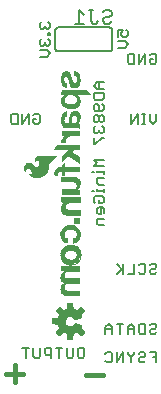
<source format=gbr>
G04 EAGLE Gerber RS-274X export*
G75*
%MOMM*%
%FSLAX34Y34*%
%LPD*%
%INSilkscreen Bottom*%
%IPPOS*%
%AMOC8*
5,1,8,0,0,1.08239X$1,22.5*%
G01*
%ADD10C,0.152400*%
%ADD11C,0.381000*%
%ADD12C,0.127000*%
%ADD13C,0.025400*%
%ADD14R,0.485100X0.495300*%

G36*
X79405Y41530D02*
X79405Y41530D01*
X79513Y41544D01*
X79525Y41550D01*
X79539Y41552D01*
X79635Y41604D01*
X79732Y41651D01*
X79742Y41661D01*
X79754Y41667D01*
X79828Y41747D01*
X79905Y41823D01*
X79911Y41835D01*
X79921Y41846D01*
X79966Y41944D01*
X80014Y42041D01*
X80018Y42059D01*
X80022Y42068D01*
X80024Y42089D01*
X80043Y42186D01*
X80486Y46537D01*
X81645Y46908D01*
X81663Y46918D01*
X81760Y46956D01*
X82842Y47513D01*
X86232Y44749D01*
X86326Y44695D01*
X86418Y44638D01*
X86431Y44635D01*
X86443Y44628D01*
X86550Y44607D01*
X86655Y44582D01*
X86669Y44584D01*
X86683Y44581D01*
X86790Y44596D01*
X86898Y44606D01*
X86911Y44612D01*
X86925Y44614D01*
X87022Y44662D01*
X87121Y44707D01*
X87134Y44718D01*
X87143Y44722D01*
X87158Y44738D01*
X87235Y44800D01*
X89820Y47385D01*
X89883Y47474D01*
X89949Y47559D01*
X89954Y47572D01*
X89962Y47584D01*
X89993Y47687D01*
X90029Y47790D01*
X90029Y47804D01*
X90033Y47817D01*
X90029Y47925D01*
X90030Y48034D01*
X90025Y48047D01*
X90025Y48061D01*
X89987Y48163D01*
X89952Y48265D01*
X89943Y48280D01*
X89939Y48289D01*
X89925Y48306D01*
X89871Y48388D01*
X87107Y51778D01*
X87664Y52860D01*
X87681Y52913D01*
X87707Y52962D01*
X87718Y53028D01*
X87739Y53092D01*
X87738Y53148D01*
X87747Y53202D01*
X87736Y53269D01*
X87735Y53336D01*
X87717Y53388D01*
X87708Y53443D01*
X87676Y53503D01*
X87653Y53566D01*
X87619Y53609D01*
X87593Y53659D01*
X87544Y53705D01*
X87502Y53757D01*
X87455Y53788D01*
X87415Y53826D01*
X87310Y53882D01*
X87297Y53890D01*
X87292Y53891D01*
X87285Y53895D01*
X82088Y56048D01*
X81989Y56071D01*
X81891Y56100D01*
X81870Y56099D01*
X81850Y56104D01*
X81749Y56094D01*
X81648Y56089D01*
X81628Y56082D01*
X81607Y56080D01*
X81515Y56038D01*
X81420Y56001D01*
X81404Y55988D01*
X81385Y55979D01*
X81311Y55910D01*
X81233Y55845D01*
X81217Y55822D01*
X81207Y55812D01*
X81195Y55791D01*
X81148Y55724D01*
X80642Y54825D01*
X79998Y54138D01*
X79210Y53623D01*
X78322Y53311D01*
X77385Y53219D01*
X76453Y53352D01*
X75579Y53703D01*
X74814Y54252D01*
X74201Y54966D01*
X73776Y55806D01*
X73562Y56723D01*
X73572Y57664D01*
X73806Y58576D01*
X74249Y59406D01*
X74878Y60107D01*
X75655Y60639D01*
X76536Y60970D01*
X77471Y61083D01*
X78388Y60975D01*
X79256Y60655D01*
X80025Y60141D01*
X80652Y59462D01*
X81147Y58578D01*
X81211Y58498D01*
X81271Y58415D01*
X81287Y58403D01*
X81300Y58387D01*
X81386Y58332D01*
X81469Y58272D01*
X81488Y58266D01*
X81505Y58256D01*
X81604Y58231D01*
X81703Y58201D01*
X81722Y58202D01*
X81742Y58197D01*
X81844Y58206D01*
X81946Y58209D01*
X81971Y58217D01*
X81985Y58218D01*
X82007Y58228D01*
X82088Y58252D01*
X87285Y60405D01*
X87332Y60434D01*
X87384Y60455D01*
X87435Y60498D01*
X87492Y60534D01*
X87527Y60577D01*
X87570Y60613D01*
X87604Y60670D01*
X87647Y60722D01*
X87666Y60774D01*
X87695Y60822D01*
X87709Y60888D01*
X87733Y60951D01*
X87735Y61006D01*
X87746Y61060D01*
X87739Y61127D01*
X87741Y61194D01*
X87725Y61248D01*
X87718Y61303D01*
X87674Y61414D01*
X87670Y61428D01*
X87667Y61432D01*
X87664Y61440D01*
X87107Y62522D01*
X89871Y65912D01*
X89925Y66006D01*
X89982Y66098D01*
X89985Y66111D01*
X89992Y66123D01*
X90013Y66230D01*
X90038Y66335D01*
X90036Y66349D01*
X90039Y66363D01*
X90024Y66470D01*
X90014Y66578D01*
X90008Y66591D01*
X90006Y66605D01*
X89958Y66702D01*
X89913Y66801D01*
X89902Y66814D01*
X89898Y66823D01*
X89882Y66838D01*
X89820Y66915D01*
X87235Y69500D01*
X87146Y69563D01*
X87061Y69629D01*
X87048Y69634D01*
X87036Y69642D01*
X86933Y69673D01*
X86830Y69709D01*
X86816Y69709D01*
X86803Y69713D01*
X86695Y69709D01*
X86586Y69710D01*
X86573Y69705D01*
X86559Y69705D01*
X86457Y69667D01*
X86355Y69632D01*
X86340Y69623D01*
X86331Y69619D01*
X86314Y69605D01*
X86232Y69551D01*
X82842Y66787D01*
X81760Y67344D01*
X81740Y67350D01*
X81645Y67392D01*
X80486Y67763D01*
X80043Y72114D01*
X80015Y72218D01*
X79990Y72324D01*
X79983Y72336D01*
X79980Y72349D01*
X79919Y72439D01*
X79862Y72532D01*
X79851Y72540D01*
X79843Y72552D01*
X79757Y72618D01*
X79673Y72687D01*
X79660Y72691D01*
X79649Y72700D01*
X79546Y72734D01*
X79445Y72773D01*
X79427Y72774D01*
X79418Y72778D01*
X79396Y72778D01*
X79298Y72787D01*
X75642Y72787D01*
X75535Y72770D01*
X75427Y72756D01*
X75415Y72750D01*
X75401Y72748D01*
X75305Y72696D01*
X75208Y72649D01*
X75198Y72639D01*
X75186Y72633D01*
X75112Y72553D01*
X75035Y72477D01*
X75029Y72465D01*
X75019Y72455D01*
X74974Y72356D01*
X74926Y72259D01*
X74922Y72241D01*
X74918Y72232D01*
X74916Y72211D01*
X74897Y72114D01*
X74454Y67763D01*
X73295Y67392D01*
X73277Y67382D01*
X73180Y67344D01*
X72098Y66787D01*
X68708Y69551D01*
X68614Y69605D01*
X68522Y69662D01*
X68509Y69665D01*
X68497Y69672D01*
X68390Y69693D01*
X68285Y69718D01*
X68271Y69716D01*
X68257Y69719D01*
X68150Y69704D01*
X68042Y69694D01*
X68029Y69688D01*
X68016Y69686D01*
X67918Y69638D01*
X67819Y69593D01*
X67806Y69582D01*
X67797Y69578D01*
X67782Y69562D01*
X67705Y69500D01*
X65120Y66915D01*
X65057Y66826D01*
X64991Y66741D01*
X64986Y66728D01*
X64978Y66716D01*
X64947Y66613D01*
X64911Y66510D01*
X64911Y66496D01*
X64907Y66483D01*
X64911Y66375D01*
X64910Y66266D01*
X64915Y66253D01*
X64915Y66239D01*
X64953Y66137D01*
X64988Y66035D01*
X64997Y66020D01*
X65001Y66011D01*
X65015Y65994D01*
X65069Y65912D01*
X67833Y62522D01*
X67276Y61440D01*
X67270Y61420D01*
X67228Y61325D01*
X66857Y60166D01*
X62506Y59723D01*
X62402Y59695D01*
X62296Y59670D01*
X62284Y59663D01*
X62271Y59660D01*
X62181Y59599D01*
X62088Y59542D01*
X62080Y59531D01*
X62068Y59523D01*
X62002Y59437D01*
X61934Y59353D01*
X61929Y59340D01*
X61920Y59329D01*
X61886Y59226D01*
X61847Y59125D01*
X61846Y59107D01*
X61842Y59098D01*
X61843Y59076D01*
X61833Y58978D01*
X61833Y55322D01*
X61850Y55215D01*
X61864Y55107D01*
X61870Y55095D01*
X61872Y55081D01*
X61924Y54985D01*
X61971Y54888D01*
X61981Y54878D01*
X61987Y54866D01*
X62067Y54792D01*
X62143Y54715D01*
X62155Y54709D01*
X62166Y54699D01*
X62264Y54654D01*
X62361Y54606D01*
X62379Y54602D01*
X62388Y54598D01*
X62409Y54596D01*
X62506Y54577D01*
X66857Y54134D01*
X67228Y52975D01*
X67238Y52957D01*
X67276Y52860D01*
X67833Y51778D01*
X65069Y48388D01*
X65015Y48294D01*
X64958Y48202D01*
X64955Y48189D01*
X64948Y48177D01*
X64927Y48070D01*
X64902Y47965D01*
X64904Y47951D01*
X64901Y47937D01*
X64916Y47830D01*
X64926Y47722D01*
X64932Y47709D01*
X64934Y47696D01*
X64982Y47598D01*
X65027Y47499D01*
X65038Y47486D01*
X65042Y47477D01*
X65058Y47462D01*
X65120Y47385D01*
X67705Y44800D01*
X67794Y44737D01*
X67879Y44671D01*
X67892Y44666D01*
X67904Y44658D01*
X68007Y44627D01*
X68110Y44591D01*
X68124Y44591D01*
X68137Y44587D01*
X68245Y44591D01*
X68354Y44590D01*
X68367Y44595D01*
X68381Y44595D01*
X68483Y44633D01*
X68585Y44668D01*
X68600Y44677D01*
X68609Y44681D01*
X68626Y44695D01*
X68708Y44749D01*
X72098Y47513D01*
X73180Y46956D01*
X73200Y46950D01*
X73295Y46908D01*
X74454Y46537D01*
X74897Y42186D01*
X74925Y42082D01*
X74950Y41976D01*
X74957Y41964D01*
X74960Y41951D01*
X75021Y41861D01*
X75078Y41768D01*
X75089Y41760D01*
X75097Y41748D01*
X75183Y41682D01*
X75267Y41614D01*
X75280Y41609D01*
X75291Y41600D01*
X75394Y41566D01*
X75495Y41527D01*
X75513Y41526D01*
X75522Y41522D01*
X75544Y41523D01*
X75642Y41513D01*
X79298Y41513D01*
X79405Y41530D01*
G37*
G36*
X49916Y178355D02*
X49916Y178355D01*
X49928Y178352D01*
X51835Y178640D01*
X51845Y178646D01*
X51857Y178646D01*
X53681Y179274D01*
X53690Y179281D01*
X53702Y179283D01*
X55383Y180230D01*
X55389Y180238D01*
X55400Y180241D01*
X56507Y181126D01*
X56511Y181134D01*
X56520Y181138D01*
X56547Y181166D01*
X57023Y181671D01*
X57492Y182169D01*
X57494Y182175D01*
X57496Y182176D01*
X57498Y182179D01*
X57503Y182183D01*
X58320Y183340D01*
X58322Y183350D01*
X58330Y183358D01*
X58930Y184588D01*
X58931Y184599D01*
X58939Y184609D01*
X59307Y185928D01*
X59305Y185939D01*
X59311Y185950D01*
X59435Y187314D01*
X59434Y187317D01*
X59434Y187318D01*
X59433Y187320D01*
X59435Y187325D01*
X59435Y189600D01*
X59500Y189968D01*
X59627Y190319D01*
X60216Y191309D01*
X60998Y192163D01*
X66480Y197035D01*
X66482Y197039D01*
X66487Y197041D01*
X66503Y197083D01*
X66522Y197124D01*
X66520Y197128D01*
X66522Y197133D01*
X66503Y197174D01*
X66488Y197216D01*
X66483Y197218D01*
X66481Y197222D01*
X66408Y197251D01*
X66397Y197255D01*
X66396Y197255D01*
X51232Y197255D01*
X51227Y197253D01*
X51221Y197255D01*
X50390Y197185D01*
X50379Y197179D01*
X50364Y197180D01*
X49565Y196940D01*
X49555Y196932D01*
X49541Y196930D01*
X48809Y196529D01*
X48801Y196519D01*
X48788Y196514D01*
X48238Y196044D01*
X48233Y196033D01*
X48221Y196026D01*
X47776Y195456D01*
X47773Y195444D01*
X47763Y195434D01*
X47442Y194786D01*
X47441Y194774D01*
X47433Y194762D01*
X47249Y194063D01*
X47251Y194052D01*
X47245Y194041D01*
X47172Y193101D01*
X47175Y193092D01*
X47172Y193081D01*
X47245Y192141D01*
X47247Y192137D01*
X47246Y192131D01*
X47322Y191648D01*
X47347Y191609D01*
X47368Y191569D01*
X47372Y191568D01*
X47374Y191565D01*
X47419Y191555D01*
X47463Y191543D01*
X47467Y191545D01*
X47471Y191544D01*
X47509Y191569D01*
X47548Y191593D01*
X47549Y191597D01*
X47553Y191599D01*
X47561Y191640D01*
X47573Y191680D01*
X47557Y191838D01*
X47585Y191976D01*
X47656Y192109D01*
X48255Y192933D01*
X48353Y193034D01*
X48369Y193051D01*
X48507Y193123D01*
X48922Y193216D01*
X49350Y193216D01*
X49766Y193123D01*
X50170Y192917D01*
X50498Y192604D01*
X50863Y191998D01*
X51070Y191320D01*
X51105Y190609D01*
X51008Y189999D01*
X50810Y189413D01*
X50517Y188870D01*
X50152Y188445D01*
X49692Y188130D01*
X49167Y187944D01*
X48611Y187901D01*
X48063Y188003D01*
X47560Y188243D01*
X47125Y188613D01*
X45584Y190066D01*
X45574Y190069D01*
X45568Y190078D01*
X43810Y191265D01*
X43797Y191267D01*
X43787Y191277D01*
X43099Y191557D01*
X43084Y191556D01*
X43069Y191565D01*
X42334Y191664D01*
X42319Y191660D01*
X42302Y191665D01*
X41565Y191578D01*
X41552Y191570D01*
X41534Y191570D01*
X40842Y191303D01*
X40831Y191292D01*
X40814Y191288D01*
X40211Y190857D01*
X40204Y190847D01*
X40192Y190841D01*
X40044Y190685D01*
X40044Y190684D01*
X39805Y190432D01*
X39567Y190180D01*
X39566Y190180D01*
X39534Y190145D01*
X39531Y190137D01*
X39523Y190132D01*
X38963Y189355D01*
X38960Y189345D01*
X38952Y189337D01*
X38564Y188557D01*
X38563Y188545D01*
X38555Y188534D01*
X38324Y187694D01*
X38325Y187682D01*
X38319Y187670D01*
X38253Y186802D01*
X38257Y186792D01*
X38253Y186780D01*
X38339Y185880D01*
X38343Y185871D01*
X38342Y185861D01*
X38562Y184983D01*
X38568Y184975D01*
X38569Y184963D01*
X38670Y184735D01*
X38822Y184379D01*
X38822Y184378D01*
X39043Y183874D01*
X39054Y183864D01*
X39059Y183847D01*
X39397Y183412D01*
X39404Y183409D01*
X39408Y183401D01*
X39433Y183376D01*
X39434Y183373D01*
X39526Y183338D01*
X39615Y183379D01*
X39648Y183464D01*
X39648Y184067D01*
X39706Y184578D01*
X39844Y185068D01*
X40099Y185549D01*
X40469Y185944D01*
X40929Y186230D01*
X41448Y186387D01*
X41751Y186399D01*
X42051Y186340D01*
X42545Y186134D01*
X43003Y185851D01*
X43413Y185500D01*
X43767Y185088D01*
X44418Y184186D01*
X44667Y183698D01*
X44765Y183169D01*
X44707Y182630D01*
X44642Y182456D01*
X44393Y182095D01*
X44054Y181821D01*
X43952Y181777D01*
X43831Y181761D01*
X42951Y181761D01*
X42910Y181744D01*
X42868Y181730D01*
X42866Y181725D01*
X42860Y181723D01*
X42844Y181682D01*
X42825Y181642D01*
X42827Y181636D01*
X42825Y181631D01*
X42837Y181604D01*
X42853Y181555D01*
X43774Y180429D01*
X43786Y180423D01*
X43793Y180411D01*
X44930Y179504D01*
X44941Y179501D01*
X44949Y179492D01*
X45883Y178990D01*
X45893Y178989D01*
X45901Y178983D01*
X46899Y178625D01*
X46908Y178625D01*
X46917Y178620D01*
X47956Y178413D01*
X47967Y178415D01*
X47977Y178411D01*
X49905Y178351D01*
X49916Y178355D01*
G37*
G36*
X79966Y236881D02*
X79966Y236881D01*
X79976Y236886D01*
X79988Y236884D01*
X81364Y237207D01*
X81373Y237214D01*
X81385Y237214D01*
X82685Y237770D01*
X82693Y237778D01*
X82704Y237780D01*
X83889Y238552D01*
X83895Y238561D01*
X83906Y238566D01*
X84613Y239223D01*
X84617Y239233D01*
X84627Y239239D01*
X85212Y240007D01*
X85214Y240018D01*
X85223Y240025D01*
X85669Y240881D01*
X85670Y240892D01*
X85678Y240901D01*
X85972Y241820D01*
X85971Y241830D01*
X85977Y241840D01*
X86166Y243052D01*
X86164Y243061D01*
X86167Y243070D01*
X86184Y244297D01*
X86181Y244305D01*
X86183Y244315D01*
X86028Y245532D01*
X86023Y245542D01*
X86023Y245554D01*
X85759Y246398D01*
X85751Y246408D01*
X85748Y246423D01*
X85311Y247192D01*
X85301Y247200D01*
X85296Y247214D01*
X84706Y247874D01*
X84694Y247880D01*
X84686Y247892D01*
X83970Y248412D01*
X83968Y248413D01*
X95072Y248413D01*
X95116Y248431D01*
X95160Y248448D01*
X95160Y248450D01*
X95163Y248451D01*
X95180Y248495D01*
X95198Y248539D01*
X95197Y248541D01*
X95198Y248543D01*
X95189Y248564D01*
X95166Y248624D01*
X91432Y252764D01*
X91426Y252766D01*
X91423Y252772D01*
X91363Y252796D01*
X91343Y252805D01*
X91340Y252804D01*
X91338Y252805D01*
X70764Y252805D01*
X70727Y252790D01*
X70688Y252780D01*
X70682Y252771D01*
X70673Y252767D01*
X70662Y252739D01*
X70640Y252703D01*
X69904Y248817D01*
X69907Y248802D01*
X69902Y248787D01*
X69917Y248755D01*
X69925Y248720D01*
X69938Y248712D01*
X69944Y248699D01*
X69983Y248684D01*
X70008Y248668D01*
X70019Y248671D01*
X70030Y248667D01*
X71947Y248691D01*
X71798Y248557D01*
X71797Y248556D01*
X71796Y248556D01*
X70831Y247667D01*
X70829Y247661D01*
X70822Y247657D01*
X70521Y247314D01*
X70517Y247303D01*
X70507Y247295D01*
X70274Y246901D01*
X70273Y246892D01*
X70266Y246884D01*
X69733Y245563D01*
X69733Y245552D01*
X69727Y245542D01*
X69625Y245060D01*
X69627Y245048D01*
X69622Y245036D01*
X69597Y243055D01*
X69601Y243044D01*
X69599Y243032D01*
X69782Y241947D01*
X69789Y241937D01*
X69789Y241923D01*
X70189Y240898D01*
X70197Y240891D01*
X70199Y240879D01*
X70740Y239977D01*
X70746Y239972D01*
X70749Y239963D01*
X71402Y239139D01*
X71412Y239133D01*
X71417Y239123D01*
X72307Y238331D01*
X72320Y238327D01*
X72329Y238315D01*
X73370Y237736D01*
X73382Y237734D01*
X73393Y237726D01*
X75506Y237052D01*
X75517Y237053D01*
X75528Y237047D01*
X77728Y236764D01*
X77739Y236767D01*
X77751Y236763D01*
X79966Y236881D01*
G37*
G36*
X85727Y78742D02*
X85727Y78742D01*
X85729Y78741D01*
X85772Y78761D01*
X85816Y78779D01*
X85816Y78781D01*
X85818Y78782D01*
X85851Y78867D01*
X85851Y83109D01*
X85850Y83111D01*
X85851Y83113D01*
X85831Y83156D01*
X85813Y83200D01*
X85811Y83200D01*
X85810Y83202D01*
X85725Y83235D01*
X75446Y83235D01*
X74566Y83342D01*
X73744Y83654D01*
X73361Y83915D01*
X73047Y84258D01*
X72821Y84664D01*
X72693Y85112D01*
X72625Y86016D01*
X72717Y86919D01*
X72843Y87329D01*
X73053Y87701D01*
X73339Y88019D01*
X73867Y88404D01*
X74462Y88677D01*
X75101Y88826D01*
X76204Y88901D01*
X85725Y88901D01*
X85727Y88902D01*
X85729Y88901D01*
X85772Y88921D01*
X85816Y88939D01*
X85816Y88941D01*
X85818Y88942D01*
X85851Y89027D01*
X85851Y93345D01*
X85850Y93347D01*
X85851Y93349D01*
X85831Y93392D01*
X85813Y93436D01*
X85811Y93436D01*
X85810Y93438D01*
X85725Y93471D01*
X75166Y93471D01*
X74503Y93551D01*
X73884Y93782D01*
X73337Y94152D01*
X73019Y94499D01*
X72786Y94908D01*
X72650Y95358D01*
X72619Y95835D01*
X72668Y96683D01*
X72750Y97123D01*
X72928Y97527D01*
X73194Y97882D01*
X74138Y98701D01*
X74676Y98985D01*
X75267Y99116D01*
X75889Y99086D01*
X75892Y99087D01*
X75895Y99086D01*
X85700Y99086D01*
X85702Y99087D01*
X85704Y99086D01*
X85747Y99106D01*
X85791Y99124D01*
X85791Y99126D01*
X85793Y99127D01*
X85826Y99212D01*
X85826Y103530D01*
X85825Y103532D01*
X85826Y103534D01*
X85806Y103577D01*
X85788Y103621D01*
X85786Y103621D01*
X85785Y103623D01*
X85700Y103656D01*
X69647Y103656D01*
X69645Y103655D01*
X69643Y103656D01*
X69600Y103636D01*
X69556Y103618D01*
X69556Y103616D01*
X69554Y103615D01*
X69521Y103530D01*
X69521Y99543D01*
X69522Y99541D01*
X69521Y99539D01*
X69541Y99496D01*
X69559Y99452D01*
X69561Y99452D01*
X69562Y99450D01*
X69647Y99417D01*
X71700Y99417D01*
X71693Y99386D01*
X71297Y99084D01*
X71294Y99078D01*
X71286Y99075D01*
X70499Y98313D01*
X70496Y98305D01*
X70489Y98301D01*
X69877Y97539D01*
X69873Y97525D01*
X69860Y97513D01*
X69456Y96623D01*
X69456Y96611D01*
X69448Y96600D01*
X69194Y95508D01*
X69196Y95499D01*
X69191Y95491D01*
X69064Y94119D01*
X69067Y94109D01*
X69064Y94098D01*
X69134Y93141D01*
X69139Y93131D01*
X69138Y93129D01*
X69139Y93127D01*
X69138Y93116D01*
X69399Y92193D01*
X69406Y92183D01*
X69408Y92170D01*
X69811Y91380D01*
X69820Y91372D01*
X69824Y91359D01*
X70370Y90661D01*
X70381Y90655D01*
X70387Y90643D01*
X71056Y90061D01*
X71068Y90058D01*
X71076Y90047D01*
X71734Y89667D01*
X71692Y89625D01*
X71211Y89170D01*
X71210Y89167D01*
X71207Y89166D01*
X70448Y88378D01*
X70445Y88369D01*
X70436Y88364D01*
X69798Y87475D01*
X69796Y87464D01*
X69788Y87456D01*
X69394Y86651D01*
X69394Y86639D01*
X69386Y86628D01*
X69154Y85763D01*
X69156Y85751D01*
X69150Y85739D01*
X69089Y84845D01*
X69092Y84836D01*
X69089Y84825D01*
X69196Y83546D01*
X69200Y83539D01*
X69198Y83532D01*
X69447Y82272D01*
X69453Y82263D01*
X69453Y82251D01*
X69779Y81385D01*
X69789Y81375D01*
X69792Y81360D01*
X70299Y80586D01*
X70311Y80579D01*
X70317Y80565D01*
X70981Y79919D01*
X70992Y79915D01*
X70995Y79910D01*
X70998Y79909D01*
X71002Y79903D01*
X71941Y79315D01*
X71954Y79313D01*
X71964Y79303D01*
X73003Y78917D01*
X73016Y78918D01*
X73028Y78911D01*
X74124Y78742D01*
X74133Y78745D01*
X74143Y78741D01*
X85725Y78741D01*
X85727Y78742D01*
G37*
G36*
X85728Y220103D02*
X85728Y220103D01*
X85754Y220104D01*
X85771Y220123D01*
X85793Y220133D01*
X85804Y220160D01*
X85820Y220178D01*
X85818Y220197D01*
X85826Y220218D01*
X85826Y224252D01*
X85829Y224288D01*
X85820Y224316D01*
X85816Y224356D01*
X85797Y224393D01*
X85775Y224412D01*
X85751Y224444D01*
X85715Y224466D01*
X85698Y224468D01*
X85682Y224480D01*
X85402Y224556D01*
X85399Y224555D01*
X85396Y224557D01*
X84367Y224784D01*
X84344Y224794D01*
X84338Y224800D01*
X84336Y224808D01*
X84337Y224817D01*
X84353Y224841D01*
X85056Y225668D01*
X85060Y225679D01*
X85070Y225688D01*
X85610Y226639D01*
X85611Y226650D01*
X85620Y226660D01*
X85972Y227695D01*
X85971Y227707D01*
X85977Y227717D01*
X86218Y229335D01*
X86215Y229345D01*
X86219Y229356D01*
X86181Y230991D01*
X86176Y231002D01*
X86178Y231016D01*
X85870Y232388D01*
X85862Y232399D01*
X85861Y232414D01*
X85255Y233683D01*
X85245Y233692D01*
X85241Y233706D01*
X84899Y234154D01*
X84889Y234160D01*
X84883Y234172D01*
X84463Y234549D01*
X84452Y234553D01*
X84444Y234563D01*
X83961Y234855D01*
X83950Y234857D01*
X83940Y234865D01*
X82947Y235238D01*
X82936Y235238D01*
X82925Y235244D01*
X81881Y235433D01*
X81870Y235430D01*
X81858Y235435D01*
X80797Y235432D01*
X80785Y235427D01*
X80770Y235429D01*
X79829Y235223D01*
X79817Y235214D01*
X79800Y235213D01*
X78938Y234784D01*
X78929Y234774D01*
X78914Y234769D01*
X78305Y234271D01*
X78299Y234260D01*
X78287Y234253D01*
X77789Y233643D01*
X77786Y233631D01*
X77775Y233622D01*
X77409Y232926D01*
X77408Y232915D01*
X77401Y232906D01*
X76917Y231421D01*
X76918Y231413D01*
X76913Y231404D01*
X76635Y229867D01*
X76636Y229863D01*
X76633Y229858D01*
X76405Y227652D01*
X76179Y226346D01*
X76014Y225877D01*
X75768Y225449D01*
X75507Y225165D01*
X75420Y225105D01*
X75323Y225063D01*
X74802Y224952D01*
X74271Y224952D01*
X73750Y225063D01*
X73436Y225202D01*
X73157Y225401D01*
X72923Y225654D01*
X72730Y225968D01*
X72602Y226314D01*
X72541Y226683D01*
X72491Y228038D01*
X72545Y228625D01*
X72710Y229186D01*
X72965Y229650D01*
X73321Y230040D01*
X73759Y230335D01*
X74254Y230519D01*
X74786Y230582D01*
X74828Y230582D01*
X74830Y230583D01*
X74832Y230582D01*
X74875Y230602D01*
X74919Y230620D01*
X74919Y230622D01*
X74921Y230623D01*
X74954Y230708D01*
X74954Y234849D01*
X74956Y234850D01*
X74966Y234892D01*
X74980Y234934D01*
X74977Y234940D01*
X74978Y234946D01*
X74962Y234971D01*
X74942Y235016D01*
X74916Y235041D01*
X74873Y235057D01*
X74824Y235076D01*
X74781Y235056D01*
X74738Y235037D01*
X73847Y234915D01*
X73836Y234909D01*
X73821Y234909D01*
X72880Y234575D01*
X72870Y234566D01*
X72856Y234563D01*
X72003Y234044D01*
X71995Y234033D01*
X71982Y234028D01*
X71252Y233345D01*
X71247Y233333D01*
X71235Y233325D01*
X70661Y232508D01*
X70658Y232496D01*
X70649Y232487D01*
X70120Y231329D01*
X70120Y231319D01*
X70113Y231310D01*
X69779Y230081D01*
X69780Y230072D01*
X69776Y230063D01*
X69562Y228323D01*
X69565Y228315D01*
X69562Y228307D01*
X69570Y226553D01*
X69573Y226546D01*
X69571Y226537D01*
X69801Y224798D01*
X69806Y224790D01*
X69805Y224779D01*
X70230Y223365D01*
X70238Y223356D01*
X70239Y223342D01*
X70933Y222039D01*
X70943Y222030D01*
X70948Y222016D01*
X71431Y221454D01*
X71445Y221447D01*
X71454Y221433D01*
X72059Y221006D01*
X72074Y221003D01*
X72086Y220991D01*
X72777Y220724D01*
X72792Y220725D01*
X72807Y220717D01*
X73543Y220626D01*
X73550Y220628D01*
X73558Y220625D01*
X78384Y220625D01*
X78386Y220626D01*
X78388Y220625D01*
X78403Y220632D01*
X78487Y220600D01*
X82825Y220625D01*
X84162Y220523D01*
X85457Y220174D01*
X85656Y220100D01*
X85681Y220101D01*
X85704Y220092D01*
X85728Y220103D01*
G37*
G36*
X85765Y190658D02*
X85765Y190658D01*
X85777Y190656D01*
X85808Y190678D01*
X85844Y190695D01*
X85848Y190706D01*
X85857Y190712D01*
X85862Y190742D01*
X85876Y190780D01*
X85851Y195860D01*
X85844Y195877D01*
X85846Y195895D01*
X85824Y195924D01*
X85812Y195950D01*
X85800Y195955D01*
X85790Y195967D01*
X78812Y200200D01*
X79018Y200412D01*
X79140Y200539D01*
X79263Y200665D01*
X79631Y201044D01*
X79754Y201170D01*
X79877Y201296D01*
X80245Y201675D01*
X80367Y201801D01*
X80419Y201855D01*
X85827Y201855D01*
X85829Y201856D01*
X85831Y201855D01*
X85874Y201875D01*
X85918Y201893D01*
X85918Y201895D01*
X85920Y201896D01*
X85953Y201981D01*
X85953Y206121D01*
X85952Y206124D01*
X85953Y206127D01*
X85916Y206210D01*
X85865Y206261D01*
X85862Y206263D01*
X85861Y206265D01*
X85776Y206298D01*
X66446Y206298D01*
X66427Y206290D01*
X66407Y206292D01*
X66380Y206271D01*
X66355Y206260D01*
X66350Y206246D01*
X66336Y206235D01*
X63974Y202095D01*
X63970Y202060D01*
X63958Y202028D01*
X63965Y202013D01*
X63963Y201997D01*
X63985Y201970D01*
X63999Y201939D01*
X64015Y201932D01*
X64025Y201920D01*
X64052Y201918D01*
X64084Y201906D01*
X75514Y201906D01*
X70040Y196431D01*
X70039Y196428D01*
X70036Y196427D01*
X70003Y196342D01*
X70003Y191668D01*
X70003Y191666D01*
X70003Y191665D01*
X70023Y191621D01*
X70041Y191577D01*
X70043Y191577D01*
X70044Y191575D01*
X70088Y191559D01*
X70133Y191542D01*
X70135Y191543D01*
X70136Y191542D01*
X70219Y191580D01*
X75785Y197271D01*
X85680Y190674D01*
X85718Y190667D01*
X85755Y190653D01*
X85765Y190658D01*
G37*
G36*
X85727Y164442D02*
X85727Y164442D01*
X85729Y164441D01*
X85772Y164461D01*
X85816Y164479D01*
X85816Y164481D01*
X85818Y164482D01*
X85851Y164567D01*
X85851Y168580D01*
X85850Y168582D01*
X85851Y168584D01*
X85831Y168627D01*
X85813Y168671D01*
X85811Y168671D01*
X85810Y168673D01*
X85725Y168706D01*
X83668Y168706D01*
X84309Y169213D01*
X84313Y169221D01*
X84322Y169225D01*
X84371Y169277D01*
X84491Y169403D01*
X84611Y169529D01*
X84730Y169655D01*
X84850Y169782D01*
X84970Y169908D01*
X85090Y170034D01*
X85107Y170052D01*
X85110Y170061D01*
X85118Y170066D01*
X85777Y170996D01*
X85779Y171005D01*
X85787Y171013D01*
X85910Y171258D01*
X85910Y171269D01*
X85917Y171278D01*
X85998Y171540D01*
X85997Y171549D01*
X86002Y171558D01*
X86226Y173036D01*
X86223Y173044D01*
X86227Y173052D01*
X86257Y174546D01*
X86253Y174556D01*
X86256Y174567D01*
X86109Y175600D01*
X86103Y175611D01*
X86103Y175624D01*
X85760Y176610D01*
X85752Y176619D01*
X85750Y176632D01*
X85224Y177534D01*
X85214Y177541D01*
X85209Y177554D01*
X84981Y177808D01*
X84970Y177814D01*
X84962Y177825D01*
X84077Y178486D01*
X84066Y178488D01*
X84057Y178498D01*
X83067Y178986D01*
X83055Y178986D01*
X83045Y178994D01*
X81982Y179294D01*
X81971Y179292D01*
X81959Y179298D01*
X80860Y179399D01*
X80854Y179397D01*
X80848Y179399D01*
X70053Y179399D01*
X70051Y179398D01*
X70049Y179399D01*
X70006Y179379D01*
X69962Y179361D01*
X69962Y179359D01*
X69960Y179358D01*
X69927Y179273D01*
X69927Y175133D01*
X69928Y175131D01*
X69927Y175129D01*
X69947Y175086D01*
X69965Y175042D01*
X69967Y175042D01*
X69968Y175040D01*
X70053Y175007D01*
X80050Y175007D01*
X80880Y174858D01*
X81648Y174515D01*
X82010Y174243D01*
X82311Y173902D01*
X82536Y173507D01*
X82759Y172818D01*
X82839Y172099D01*
X82772Y171378D01*
X82560Y170687D01*
X82272Y170177D01*
X81875Y169746D01*
X81390Y169419D01*
X80840Y169210D01*
X79636Y168985D01*
X78406Y168909D01*
X70104Y168909D01*
X70102Y168908D01*
X70100Y168909D01*
X70057Y168889D01*
X70013Y168871D01*
X70013Y168869D01*
X70011Y168868D01*
X69978Y168783D01*
X69978Y164567D01*
X69979Y164565D01*
X69978Y164563D01*
X69998Y164520D01*
X70016Y164476D01*
X70018Y164476D01*
X70019Y164474D01*
X70104Y164441D01*
X85725Y164441D01*
X85727Y164442D01*
G37*
G36*
X85702Y147297D02*
X85702Y147297D01*
X85704Y147296D01*
X85747Y147316D01*
X85791Y147334D01*
X85791Y147336D01*
X85793Y147337D01*
X85826Y147422D01*
X85826Y151511D01*
X85825Y151513D01*
X85826Y151515D01*
X85806Y151558D01*
X85788Y151602D01*
X85786Y151602D01*
X85785Y151604D01*
X85700Y151637D01*
X76054Y151637D01*
X75336Y151702D01*
X74648Y151893D01*
X74006Y152203D01*
X73619Y152499D01*
X73310Y152873D01*
X73093Y153308D01*
X73016Y153608D01*
X72999Y153924D01*
X73049Y155029D01*
X73136Y155585D01*
X73340Y156101D01*
X73654Y156558D01*
X74223Y157075D01*
X74902Y157438D01*
X75652Y157655D01*
X76435Y157735D01*
X85801Y157735D01*
X85803Y157736D01*
X85805Y157735D01*
X85848Y157755D01*
X85892Y157773D01*
X85892Y157775D01*
X85894Y157776D01*
X85927Y157861D01*
X85927Y162077D01*
X85926Y162079D01*
X85927Y162081D01*
X85907Y162124D01*
X85889Y162168D01*
X85887Y162168D01*
X85886Y162170D01*
X85801Y162203D01*
X70079Y162203D01*
X70077Y162202D01*
X70075Y162203D01*
X70032Y162183D01*
X69988Y162165D01*
X69988Y162163D01*
X69986Y162162D01*
X69953Y162077D01*
X69953Y158039D01*
X69954Y158037D01*
X69953Y158035D01*
X69973Y157992D01*
X69991Y157948D01*
X69993Y157948D01*
X69994Y157946D01*
X70079Y157913D01*
X72147Y157913D01*
X72118Y157871D01*
X71982Y157757D01*
X71604Y157480D01*
X71602Y157476D01*
X71597Y157474D01*
X71124Y157072D01*
X71120Y157065D01*
X71112Y157061D01*
X70696Y156600D01*
X70693Y156590D01*
X70683Y156582D01*
X70116Y155684D01*
X70113Y155671D01*
X70104Y155660D01*
X69735Y154664D01*
X69735Y154651D01*
X69728Y154638D01*
X69573Y153586D01*
X69576Y153576D01*
X69572Y153565D01*
X69580Y153226D01*
X69580Y153225D01*
X69602Y152342D01*
X69612Y151963D01*
X69622Y151559D01*
X69626Y151549D01*
X69624Y151536D01*
X69830Y150559D01*
X69838Y150547D01*
X69839Y150531D01*
X70261Y149626D01*
X70272Y149617D01*
X70276Y149602D01*
X70894Y148817D01*
X70905Y148811D01*
X70911Y148799D01*
X71486Y148310D01*
X71497Y148307D01*
X71504Y148297D01*
X72153Y147913D01*
X72164Y147911D01*
X72173Y147903D01*
X72878Y147634D01*
X72887Y147634D01*
X72896Y147629D01*
X74003Y147389D01*
X74012Y147391D01*
X74020Y147387D01*
X75149Y147296D01*
X75154Y147298D01*
X75159Y147296D01*
X85700Y147296D01*
X85702Y147297D01*
G37*
G36*
X79314Y105488D02*
X79314Y105488D01*
X79322Y105492D01*
X79333Y105491D01*
X81797Y106177D01*
X81811Y106188D01*
X81830Y106192D01*
X83125Y107005D01*
X83134Y107017D01*
X83149Y107025D01*
X84292Y108219D01*
X84296Y108228D01*
X84304Y108233D01*
X85091Y109350D01*
X85095Y109367D01*
X85107Y109382D01*
X85742Y111236D01*
X85741Y111250D01*
X85749Y111264D01*
X86003Y113779D01*
X85998Y113793D01*
X86002Y113809D01*
X85596Y116806D01*
X85584Y116827D01*
X85578Y116856D01*
X83800Y119701D01*
X83788Y119710D01*
X83783Y119719D01*
X83774Y119722D01*
X83761Y119740D01*
X81272Y121340D01*
X81249Y121344D01*
X81224Y121359D01*
X77338Y121969D01*
X77316Y121963D01*
X77290Y121967D01*
X73734Y121154D01*
X73713Y121139D01*
X73684Y121130D01*
X70966Y118996D01*
X70954Y118974D01*
X70931Y118953D01*
X69254Y115575D01*
X69253Y115555D01*
X69242Y115534D01*
X69065Y114061D01*
X69067Y114054D01*
X69064Y114046D01*
X69064Y113995D01*
X69072Y113975D01*
X69073Y113949D01*
X69123Y113822D01*
X69143Y113801D01*
X69155Y113775D01*
X69177Y113766D01*
X69192Y113751D01*
X69215Y113752D01*
X69240Y113742D01*
X72161Y113742D01*
X72201Y113759D01*
X72242Y113771D01*
X72246Y113778D01*
X72252Y113780D01*
X72263Y113808D01*
X72286Y113851D01*
X72436Y114946D01*
X73071Y116094D01*
X74155Y116882D01*
X75044Y117278D01*
X76518Y117552D01*
X78377Y117603D01*
X79626Y117428D01*
X80774Y117053D01*
X81801Y116515D01*
X82809Y114867D01*
X83031Y113119D01*
X82439Y111368D01*
X81458Y110289D01*
X80248Y109746D01*
X78700Y109371D01*
X77275Y109371D01*
X75346Y109622D01*
X73734Y110366D01*
X72925Y111200D01*
X72412Y112153D01*
X72313Y113340D01*
X72313Y113436D01*
X72312Y113439D01*
X72313Y113442D01*
X72293Y113484D01*
X72275Y113527D01*
X72272Y113528D01*
X72270Y113531D01*
X72185Y113562D01*
X72183Y113562D01*
X69213Y113512D01*
X69204Y113508D01*
X69195Y113511D01*
X69160Y113489D01*
X69123Y113472D01*
X69120Y113464D01*
X69112Y113459D01*
X69099Y113407D01*
X69089Y113380D01*
X69091Y113375D01*
X69090Y113370D01*
X69344Y111363D01*
X69350Y111352D01*
X69350Y111338D01*
X69909Y109712D01*
X69920Y109700D01*
X69924Y109681D01*
X71295Y107700D01*
X71308Y107692D01*
X71317Y107676D01*
X72587Y106584D01*
X72603Y106579D01*
X72618Y106565D01*
X74955Y105524D01*
X74972Y105523D01*
X74990Y105514D01*
X77175Y105234D01*
X77190Y105238D01*
X77206Y105234D01*
X79314Y105488D01*
G37*
G36*
X81924Y254712D02*
X81924Y254712D01*
X81932Y254716D01*
X81942Y254715D01*
X82606Y254858D01*
X82616Y254864D01*
X82629Y254865D01*
X83254Y255131D01*
X83263Y255139D01*
X83275Y255142D01*
X83839Y255521D01*
X83846Y255531D01*
X83857Y255536D01*
X84600Y256262D01*
X84604Y256272D01*
X84615Y256278D01*
X85221Y257122D01*
X85223Y257132D01*
X85232Y257141D01*
X85683Y258076D01*
X85684Y258087D01*
X85691Y258097D01*
X85974Y259097D01*
X85972Y259105D01*
X85977Y259114D01*
X86159Y260428D01*
X86158Y260435D01*
X86160Y260441D01*
X86207Y261768D01*
X86205Y261774D01*
X86207Y261781D01*
X86029Y264347D01*
X86024Y264356D01*
X86026Y264366D01*
X85814Y265287D01*
X85806Y265298D01*
X85805Y265312D01*
X85408Y266169D01*
X85401Y266175D01*
X85399Y266184D01*
X84637Y267378D01*
X84631Y267383D01*
X84628Y267391D01*
X84197Y267906D01*
X84186Y267911D01*
X84180Y267923D01*
X83656Y268343D01*
X83645Y268347D01*
X83636Y268357D01*
X83040Y268666D01*
X83031Y268667D01*
X83023Y268674D01*
X81753Y269106D01*
X81743Y269105D01*
X81734Y269110D01*
X81150Y269212D01*
X81143Y269211D01*
X81137Y269214D01*
X80781Y269239D01*
X80774Y269237D01*
X80768Y269239D01*
X80742Y269227D01*
X80712Y269224D01*
X80711Y269223D01*
X80710Y269223D01*
X80701Y269212D01*
X80688Y269207D01*
X80685Y269201D01*
X80679Y269198D01*
X80667Y269168D01*
X80651Y269148D01*
X80651Y269146D01*
X80650Y269145D01*
X80651Y269130D01*
X80646Y269118D01*
X80647Y269116D01*
X80646Y269113D01*
X80646Y265252D01*
X80647Y265250D01*
X80646Y265248D01*
X80666Y265205D01*
X80684Y265161D01*
X80686Y265161D01*
X80687Y265159D01*
X80772Y265126D01*
X80819Y265126D01*
X81316Y265097D01*
X81778Y264951D01*
X82192Y264695D01*
X82635Y264253D01*
X82972Y263726D01*
X83189Y263139D01*
X83262Y262577D01*
X83262Y261247D01*
X83188Y260644D01*
X82991Y260077D01*
X82679Y259564D01*
X82589Y259473D01*
X82464Y259347D01*
X82395Y259277D01*
X82050Y259068D01*
X81665Y258951D01*
X81261Y258934D01*
X80866Y259019D01*
X80504Y259200D01*
X80200Y259465D01*
X79969Y259801D01*
X79499Y260908D01*
X79193Y262081D01*
X78330Y265713D01*
X78325Y265720D01*
X78325Y265729D01*
X78019Y266537D01*
X78013Y266544D01*
X78011Y266554D01*
X77584Y267305D01*
X77577Y267311D01*
X77573Y267321D01*
X77036Y267998D01*
X77026Y268003D01*
X77020Y268014D01*
X76635Y268351D01*
X76622Y268355D01*
X76613Y268366D01*
X76166Y268615D01*
X76153Y268616D01*
X76142Y268625D01*
X75653Y268777D01*
X75641Y268775D01*
X75628Y268782D01*
X74492Y268887D01*
X74479Y268884D01*
X74466Y268887D01*
X73332Y268758D01*
X73321Y268752D01*
X73307Y268753D01*
X72223Y268395D01*
X72214Y268387D01*
X72200Y268385D01*
X71678Y268086D01*
X71671Y268076D01*
X71658Y268071D01*
X71203Y267677D01*
X71198Y267666D01*
X71187Y267659D01*
X70817Y267183D01*
X70814Y267172D01*
X70805Y267163D01*
X70151Y265882D01*
X70150Y265871D01*
X70143Y265861D01*
X69732Y264483D01*
X69733Y264472D01*
X69727Y264460D01*
X69572Y263031D01*
X69574Y263024D01*
X69572Y263017D01*
X69572Y261214D01*
X69574Y261208D01*
X69572Y261201D01*
X69712Y259808D01*
X69717Y259799D01*
X69716Y259788D01*
X70084Y258437D01*
X70092Y258428D01*
X70093Y258414D01*
X70631Y257317D01*
X70641Y257308D01*
X70645Y257294D01*
X71402Y256335D01*
X71412Y256329D01*
X71418Y256318D01*
X71813Y255970D01*
X71822Y255967D01*
X71828Y255958D01*
X72270Y255672D01*
X72280Y255670D01*
X72287Y255663D01*
X73075Y255307D01*
X73080Y255307D01*
X73084Y255303D01*
X73642Y255100D01*
X73676Y255102D01*
X73710Y255095D01*
X73724Y255104D01*
X73736Y255095D01*
X73742Y255097D01*
X73749Y255093D01*
X74460Y255017D01*
X74468Y255020D01*
X74477Y255017D01*
X74514Y255034D01*
X74554Y255046D01*
X74558Y255054D01*
X74566Y255058D01*
X74586Y255108D01*
X74599Y255134D01*
X74597Y255138D01*
X74599Y255143D01*
X74599Y259029D01*
X74581Y259073D01*
X74563Y259117D01*
X74562Y259118D01*
X74561Y259120D01*
X74542Y259127D01*
X74481Y259155D01*
X74221Y259171D01*
X73978Y259226D01*
X73626Y259376D01*
X73313Y259594D01*
X73049Y259870D01*
X72778Y260292D01*
X72589Y260759D01*
X72491Y261255D01*
X72447Y262103D01*
X72491Y262951D01*
X72576Y263400D01*
X72733Y263824D01*
X72928Y264125D01*
X73196Y264358D01*
X73538Y264513D01*
X73910Y264561D01*
X74279Y264496D01*
X74640Y264312D01*
X74933Y264029D01*
X75349Y263354D01*
X75621Y262602D01*
X76025Y260579D01*
X76026Y260578D01*
X76026Y260577D01*
X76407Y258854D01*
X76412Y258847D01*
X76412Y258838D01*
X77022Y257182D01*
X77028Y257176D01*
X77029Y257166D01*
X77434Y256410D01*
X77441Y256404D01*
X77444Y256395D01*
X77952Y255703D01*
X77962Y255698D01*
X77967Y255686D01*
X78317Y255354D01*
X78329Y255349D01*
X78338Y255338D01*
X78750Y255086D01*
X78764Y255084D01*
X78776Y255074D01*
X79779Y254737D01*
X79794Y254738D01*
X79808Y254730D01*
X80863Y254636D01*
X80872Y254639D01*
X80883Y254636D01*
X81924Y254712D01*
G37*
G36*
X79785Y123040D02*
X79785Y123040D01*
X79789Y123039D01*
X80264Y123071D01*
X80271Y123075D01*
X80281Y123073D01*
X80746Y123168D01*
X80755Y123174D01*
X80767Y123174D01*
X82158Y123716D01*
X82167Y123725D01*
X82181Y123728D01*
X83432Y124543D01*
X83439Y124554D01*
X83452Y124559D01*
X84510Y125612D01*
X84515Y125624D01*
X84527Y125633D01*
X85347Y126880D01*
X85350Y126891D01*
X85358Y126900D01*
X85820Y127993D01*
X85820Y128003D01*
X85826Y128012D01*
X86108Y129165D01*
X86107Y129175D01*
X86111Y129185D01*
X86207Y130368D01*
X86204Y130376D01*
X86207Y130386D01*
X86108Y131972D01*
X86105Y131979D01*
X86106Y131987D01*
X85824Y133550D01*
X85819Y133558D01*
X85820Y133568D01*
X85465Y134638D01*
X85459Y134646D01*
X85457Y134657D01*
X84931Y135654D01*
X84923Y135661D01*
X84919Y135672D01*
X84235Y136568D01*
X84226Y136573D01*
X84221Y136584D01*
X83398Y137354D01*
X83389Y137358D01*
X83382Y137367D01*
X82366Y138049D01*
X82356Y138051D01*
X82348Y138059D01*
X81238Y138573D01*
X81228Y138574D01*
X81219Y138580D01*
X80041Y138914D01*
X80031Y138913D01*
X80022Y138918D01*
X78806Y139063D01*
X78797Y139061D01*
X78787Y139064D01*
X76298Y138988D01*
X76289Y138984D01*
X76277Y138986D01*
X74787Y138688D01*
X74777Y138681D01*
X74764Y138681D01*
X73358Y138104D01*
X73350Y138096D01*
X73337Y138093D01*
X72066Y137259D01*
X72060Y137249D01*
X72048Y137244D01*
X70960Y136183D01*
X70955Y136172D01*
X70944Y136164D01*
X70079Y134915D01*
X70076Y134903D01*
X70067Y134894D01*
X69455Y133503D01*
X69455Y133491D01*
X69448Y133479D01*
X69115Y131973D01*
X69118Y131961D01*
X69112Y131948D01*
X69089Y130406D01*
X69092Y130397D01*
X69090Y130388D01*
X69279Y128953D01*
X69282Y128948D01*
X69281Y128942D01*
X69600Y127531D01*
X69606Y127523D01*
X69606Y127513D01*
X70063Y126356D01*
X70073Y126346D01*
X70076Y126332D01*
X70773Y125301D01*
X70784Y125294D01*
X70791Y125280D01*
X71694Y124425D01*
X71706Y124420D01*
X71716Y124408D01*
X72782Y123768D01*
X72794Y123766D01*
X72803Y123758D01*
X73958Y123333D01*
X73968Y123333D01*
X73977Y123328D01*
X75185Y123091D01*
X75199Y123094D01*
X75213Y123089D01*
X75246Y123104D01*
X75281Y123111D01*
X75289Y123124D01*
X75302Y123130D01*
X75318Y123169D01*
X75334Y123195D01*
X75331Y123205D01*
X75335Y123215D01*
X75335Y127406D01*
X75334Y127408D01*
X75335Y127410D01*
X75315Y127453D01*
X75297Y127497D01*
X75295Y127497D01*
X75294Y127499D01*
X75209Y127532D01*
X75191Y127532D01*
X74612Y127599D01*
X74070Y127792D01*
X73585Y128103D01*
X73184Y128516D01*
X72886Y129009D01*
X72625Y129801D01*
X72542Y130633D01*
X72608Y131473D01*
X72789Y132294D01*
X72975Y132708D01*
X73265Y133055D01*
X74176Y133742D01*
X75201Y134247D01*
X76304Y134552D01*
X77445Y134645D01*
X79005Y134516D01*
X80529Y134170D01*
X81246Y133855D01*
X81865Y133380D01*
X82354Y132772D01*
X82684Y132064D01*
X82865Y131285D01*
X82906Y130485D01*
X82833Y129894D01*
X82660Y129325D01*
X82392Y128795D01*
X82047Y128352D01*
X81615Y127994D01*
X81025Y127673D01*
X80388Y127458D01*
X79712Y127354D01*
X79676Y127332D01*
X79638Y127314D01*
X79635Y127306D01*
X79628Y127302D01*
X79622Y127272D01*
X79605Y127229D01*
X79605Y123165D01*
X79606Y123163D01*
X79605Y123161D01*
X79625Y123118D01*
X79643Y123074D01*
X79645Y123074D01*
X79646Y123072D01*
X79731Y123039D01*
X79781Y123039D01*
X79785Y123040D01*
G37*
G36*
X67236Y180342D02*
X67236Y180342D01*
X67238Y180341D01*
X67281Y180361D01*
X67325Y180379D01*
X67325Y180381D01*
X67327Y180382D01*
X67360Y180467D01*
X67360Y180543D01*
X67358Y180548D01*
X67360Y180555D01*
X67334Y180835D01*
X67249Y181750D01*
X67332Y182650D01*
X67429Y182932D01*
X67599Y183172D01*
X67831Y183354D01*
X68254Y183529D01*
X68716Y183592D01*
X69978Y183592D01*
X69978Y180746D01*
X69979Y180744D01*
X69978Y180742D01*
X69998Y180699D01*
X70016Y180655D01*
X70018Y180655D01*
X70019Y180653D01*
X70104Y180620D01*
X72771Y180620D01*
X72773Y180621D01*
X72775Y180620D01*
X72818Y180640D01*
X72862Y180658D01*
X72862Y180660D01*
X72864Y180661D01*
X72897Y180746D01*
X72897Y183618D01*
X85801Y183618D01*
X85803Y183619D01*
X85805Y183618D01*
X85848Y183638D01*
X85892Y183656D01*
X85892Y183658D01*
X85894Y183659D01*
X85927Y183744D01*
X85927Y187909D01*
X85926Y187911D01*
X85927Y187913D01*
X85907Y187956D01*
X85889Y188000D01*
X85887Y188000D01*
X85886Y188002D01*
X85801Y188035D01*
X72921Y188035D01*
X72897Y191898D01*
X72897Y191899D01*
X72877Y191944D01*
X72858Y191988D01*
X72857Y191989D01*
X72812Y192006D01*
X72766Y192023D01*
X72765Y192023D01*
X72682Y191986D01*
X70015Y189319D01*
X70014Y189316D01*
X70011Y189315D01*
X69978Y189230D01*
X69978Y187984D01*
X69647Y187984D01*
X69642Y187982D01*
X69637Y187984D01*
X67503Y187807D01*
X67493Y187802D01*
X67481Y187803D01*
X66914Y187655D01*
X66905Y187648D01*
X66893Y187647D01*
X66362Y187399D01*
X66354Y187390D01*
X66342Y187387D01*
X65865Y187047D01*
X65859Y187037D01*
X65847Y187031D01*
X65137Y186288D01*
X65133Y186277D01*
X65122Y186269D01*
X64572Y185401D01*
X64570Y185389D01*
X64561Y185379D01*
X64192Y184421D01*
X64192Y184408D01*
X64185Y184397D01*
X64011Y183384D01*
X64013Y183374D01*
X64010Y183367D01*
X64009Y183363D01*
X64009Y181813D01*
X64010Y181810D01*
X64009Y181806D01*
X64085Y180489D01*
X64085Y180467D01*
X64086Y180465D01*
X64085Y180463D01*
X64105Y180420D01*
X64123Y180376D01*
X64125Y180376D01*
X64126Y180374D01*
X64211Y180341D01*
X67234Y180341D01*
X67236Y180342D01*
G37*
G36*
X73662Y207926D02*
X73662Y207926D01*
X73664Y207925D01*
X73707Y207945D01*
X73751Y207963D01*
X73751Y207965D01*
X73753Y207966D01*
X73786Y208051D01*
X73786Y208077D01*
X73782Y208086D01*
X73785Y208098D01*
X73760Y208250D01*
X73758Y208252D01*
X73759Y208255D01*
X73634Y208852D01*
X73634Y210377D01*
X73726Y210919D01*
X73907Y211437D01*
X74171Y211916D01*
X74731Y212583D01*
X75423Y213108D01*
X76216Y213469D01*
X77035Y213669D01*
X77881Y213742D01*
X85700Y213742D01*
X85702Y213743D01*
X85704Y213742D01*
X85747Y213762D01*
X85791Y213780D01*
X85791Y213782D01*
X85793Y213783D01*
X85826Y213868D01*
X85826Y218034D01*
X85825Y218036D01*
X85826Y218038D01*
X85806Y218081D01*
X85788Y218125D01*
X85786Y218126D01*
X85785Y218128D01*
X85700Y218160D01*
X70815Y218134D01*
X70777Y218118D01*
X70738Y218108D01*
X70733Y218099D01*
X70724Y218096D01*
X70713Y218067D01*
X70691Y218030D01*
X70005Y214169D01*
X70008Y214156D01*
X70003Y214143D01*
X70018Y214109D01*
X70027Y214073D01*
X70038Y214066D01*
X70044Y214054D01*
X70085Y214038D01*
X70111Y214022D01*
X70120Y214024D01*
X70129Y214021D01*
X72909Y214021D01*
X72894Y213974D01*
X72626Y213795D01*
X71584Y213109D01*
X71580Y213104D01*
X71573Y213101D01*
X71190Y212785D01*
X71183Y212772D01*
X71170Y212764D01*
X70868Y212370D01*
X70867Y212365D01*
X70863Y212362D01*
X70278Y211473D01*
X70277Y211470D01*
X70274Y211467D01*
X69921Y210856D01*
X69919Y210844D01*
X69910Y210833D01*
X69687Y210163D01*
X69688Y210151D01*
X69682Y210139D01*
X69598Y209438D01*
X69601Y209428D01*
X69597Y209416D01*
X69673Y208044D01*
X69694Y208001D01*
X69714Y207958D01*
X69716Y207957D01*
X69716Y207956D01*
X69734Y207950D01*
X69799Y207925D01*
X73660Y207925D01*
X73662Y207926D01*
G37*
%LPC*%
G36*
X76568Y241147D02*
X76568Y241147D01*
X75598Y241338D01*
X74699Y241741D01*
X73913Y242338D01*
X73283Y243097D01*
X73023Y243597D01*
X72867Y244139D01*
X72822Y244706D01*
X72872Y245781D01*
X72946Y246153D01*
X73108Y246491D01*
X73664Y247204D01*
X74344Y247801D01*
X75051Y248214D01*
X75825Y248481D01*
X76640Y248591D01*
X79186Y248565D01*
X79955Y248441D01*
X80630Y248216D01*
X80642Y248217D01*
X80654Y248211D01*
X80691Y248206D01*
X80719Y248214D01*
X80729Y248214D01*
X80742Y248186D01*
X80762Y248142D01*
X80763Y248142D01*
X80763Y248141D01*
X80848Y248108D01*
X80886Y248108D01*
X80945Y248096D01*
X81005Y248054D01*
X81006Y248054D01*
X81007Y248053D01*
X81083Y248002D01*
X81089Y248001D01*
X81094Y247996D01*
X81658Y247696D01*
X82127Y247284D01*
X82490Y246775D01*
X82780Y246098D01*
X82932Y245376D01*
X82938Y244465D01*
X82759Y243574D01*
X82421Y242835D01*
X81905Y242209D01*
X81247Y241737D01*
X80486Y241448D01*
X78539Y241144D01*
X76568Y241147D01*
G37*
%LPD*%
%LPC*%
G36*
X78384Y224941D02*
X78384Y224941D01*
X78092Y224941D01*
X78219Y225083D01*
X78224Y225098D01*
X78237Y225109D01*
X78344Y225316D01*
X78345Y225328D01*
X78353Y225338D01*
X78641Y226302D01*
X78640Y226310D01*
X78644Y226317D01*
X78813Y227309D01*
X78813Y227313D01*
X78815Y227317D01*
X78967Y228760D01*
X79072Y229310D01*
X79269Y229828D01*
X79553Y230302D01*
X79797Y230570D01*
X80095Y230774D01*
X80637Y230994D01*
X81213Y231101D01*
X81797Y231090D01*
X82105Y231019D01*
X82390Y230884D01*
X82640Y230693D01*
X82937Y230331D01*
X83140Y229910D01*
X83237Y229449D01*
X83287Y227921D01*
X83138Y226879D01*
X83016Y226557D01*
X82831Y226266D01*
X82440Y225861D01*
X82196Y225608D01*
X82112Y225522D01*
X81893Y225372D01*
X81644Y225265D01*
X81479Y225218D01*
X80409Y225011D01*
X79320Y224941D01*
X78486Y224941D01*
X78484Y224940D01*
X78482Y224941D01*
X78439Y224921D01*
X78437Y224921D01*
X78384Y224941D01*
G37*
%LPD*%
D10*
X105918Y259588D02*
X100156Y259588D01*
X97275Y256707D01*
X100156Y253826D01*
X105918Y253826D01*
X101596Y253826D02*
X101596Y259588D01*
X97275Y250233D02*
X105918Y250233D01*
X105918Y245911D01*
X104477Y244471D01*
X98715Y244471D01*
X97275Y245911D01*
X97275Y250233D01*
X104477Y240878D02*
X105918Y239437D01*
X105918Y236556D01*
X104477Y235115D01*
X98715Y235115D01*
X97275Y236556D01*
X97275Y239437D01*
X98715Y240878D01*
X100156Y240878D01*
X101596Y239437D01*
X101596Y235115D01*
X98715Y231522D02*
X97275Y230082D01*
X97275Y227201D01*
X98715Y225760D01*
X100156Y225760D01*
X101596Y227201D01*
X103037Y225760D01*
X104477Y225760D01*
X105918Y227201D01*
X105918Y230082D01*
X104477Y231522D01*
X103037Y231522D01*
X101596Y230082D01*
X100156Y231522D01*
X98715Y231522D01*
X101596Y230082D02*
X101596Y227201D01*
X98715Y222167D02*
X97275Y220727D01*
X97275Y217846D01*
X98715Y216405D01*
X100156Y216405D01*
X101596Y217846D01*
X101596Y219286D01*
X101596Y217846D02*
X103037Y216405D01*
X104477Y216405D01*
X105918Y217846D01*
X105918Y220727D01*
X104477Y222167D01*
X97275Y212812D02*
X97275Y207050D01*
X98715Y207050D01*
X104477Y212812D01*
X105918Y212812D01*
X105918Y194102D02*
X97275Y194102D01*
X100156Y191221D01*
X97275Y188339D01*
X105918Y188339D01*
X100156Y184747D02*
X100156Y183306D01*
X105918Y183306D01*
X105918Y184747D02*
X105918Y181865D01*
X97275Y183306D02*
X95834Y183306D01*
X100156Y178510D02*
X105918Y178510D01*
X100156Y178510D02*
X100156Y174188D01*
X101596Y172747D01*
X105918Y172747D01*
X100156Y169155D02*
X100156Y167714D01*
X105918Y167714D01*
X105918Y169155D02*
X105918Y166273D01*
X97275Y167714D02*
X95834Y167714D01*
X97275Y158596D02*
X98715Y157156D01*
X97275Y158596D02*
X97275Y161477D01*
X98715Y162918D01*
X104477Y162918D01*
X105918Y161477D01*
X105918Y158596D01*
X104477Y157156D01*
X101596Y157156D01*
X101596Y160037D01*
X105918Y152122D02*
X105918Y149241D01*
X105918Y152122D02*
X104477Y153563D01*
X101596Y153563D01*
X100156Y152122D01*
X100156Y149241D01*
X101596Y147800D01*
X103037Y147800D01*
X103037Y153563D01*
X105918Y144207D02*
X100156Y144207D01*
X100156Y139886D01*
X101596Y138445D01*
X105918Y138445D01*
X117595Y298276D02*
X117595Y304038D01*
X121916Y304038D01*
X120476Y301157D01*
X120476Y299716D01*
X121916Y298276D01*
X124797Y298276D01*
X126238Y299716D01*
X126238Y302597D01*
X124797Y304038D01*
X123357Y294683D02*
X117595Y294683D01*
X123357Y294683D02*
X126238Y291802D01*
X123357Y288921D01*
X117595Y288921D01*
X52995Y310388D02*
X51555Y308947D01*
X51555Y306066D01*
X52995Y304626D01*
X54436Y304626D01*
X55876Y306066D01*
X55876Y307507D01*
X55876Y306066D02*
X57317Y304626D01*
X58757Y304626D01*
X60198Y306066D01*
X60198Y308947D01*
X58757Y310388D01*
X58757Y301033D02*
X60198Y301033D01*
X58757Y301033D02*
X58757Y299592D01*
X60198Y299592D01*
X60198Y301033D01*
X52995Y296355D02*
X51555Y294915D01*
X51555Y292034D01*
X52995Y290593D01*
X54436Y290593D01*
X55876Y292034D01*
X55876Y293474D01*
X55876Y292034D02*
X57317Y290593D01*
X58757Y290593D01*
X60198Y292034D01*
X60198Y294915D01*
X58757Y296355D01*
X57317Y287000D02*
X51555Y287000D01*
X57317Y287000D02*
X60198Y284119D01*
X57317Y281238D01*
X51555Y281238D01*
X144606Y282285D02*
X146046Y283725D01*
X148927Y283725D01*
X150368Y282285D01*
X150368Y276523D01*
X148927Y275082D01*
X146046Y275082D01*
X144606Y276523D01*
X144606Y279404D01*
X147487Y279404D01*
X141013Y283725D02*
X141013Y275082D01*
X135251Y275082D02*
X141013Y283725D01*
X135251Y283725D02*
X135251Y275082D01*
X131658Y275082D02*
X131658Y283725D01*
X131658Y275082D02*
X127336Y275082D01*
X125895Y276523D01*
X125895Y282285D01*
X127336Y283725D01*
X131658Y283725D01*
X47112Y232925D02*
X45671Y231485D01*
X47112Y232925D02*
X49993Y232925D01*
X51434Y231485D01*
X51434Y225723D01*
X49993Y224282D01*
X47112Y224282D01*
X45671Y225723D01*
X45671Y228604D01*
X48552Y228604D01*
X42078Y232925D02*
X42078Y224282D01*
X36316Y224282D02*
X42078Y232925D01*
X36316Y232925D02*
X36316Y224282D01*
X32723Y224282D02*
X32723Y232925D01*
X32723Y224282D02*
X28402Y224282D01*
X26961Y225723D01*
X26961Y231485D01*
X28402Y232925D01*
X32723Y232925D01*
X150368Y232925D02*
X150368Y227163D01*
X147487Y224282D01*
X144606Y227163D01*
X144606Y232925D01*
X141013Y224282D02*
X138132Y224282D01*
X139572Y224282D02*
X139572Y232925D01*
X138132Y232925D02*
X141013Y232925D01*
X134776Y232925D02*
X134776Y224282D01*
X129014Y224282D02*
X134776Y232925D01*
X129014Y232925D02*
X129014Y224282D01*
X146046Y105925D02*
X144606Y104485D01*
X146046Y105925D02*
X148927Y105925D01*
X150368Y104485D01*
X150368Y103044D01*
X148927Y101604D01*
X146046Y101604D01*
X144606Y100163D01*
X144606Y98723D01*
X146046Y97282D01*
X148927Y97282D01*
X150368Y98723D01*
X136691Y105925D02*
X135251Y104485D01*
X136691Y105925D02*
X139572Y105925D01*
X141013Y104485D01*
X141013Y98723D01*
X139572Y97282D01*
X136691Y97282D01*
X135251Y98723D01*
X131658Y97282D02*
X131658Y105925D01*
X131658Y97282D02*
X125895Y97282D01*
X122302Y97282D02*
X122302Y105925D01*
X122302Y100163D02*
X116540Y105925D01*
X120862Y101604D02*
X116540Y97282D01*
X146046Y55125D02*
X144606Y53685D01*
X146046Y55125D02*
X148927Y55125D01*
X150368Y53685D01*
X150368Y52244D01*
X148927Y50804D01*
X146046Y50804D01*
X144606Y49363D01*
X144606Y47923D01*
X146046Y46482D01*
X148927Y46482D01*
X150368Y47923D01*
X141013Y46482D02*
X141013Y55125D01*
X141013Y46482D02*
X136691Y46482D01*
X135251Y47923D01*
X135251Y53685D01*
X136691Y55125D01*
X141013Y55125D01*
X131658Y52244D02*
X131658Y46482D01*
X131658Y52244D02*
X128777Y55125D01*
X125895Y52244D01*
X125895Y46482D01*
X125895Y50804D02*
X131658Y50804D01*
X119421Y46482D02*
X119421Y55125D01*
X122302Y55125D02*
X116540Y55125D01*
X112947Y52244D02*
X112947Y46482D01*
X112947Y52244D02*
X110066Y55125D01*
X107185Y52244D01*
X107185Y46482D01*
X107185Y50804D02*
X112947Y50804D01*
X150368Y30995D02*
X150368Y22352D01*
X150368Y30995D02*
X144606Y30995D01*
X147487Y26674D02*
X150368Y26674D01*
X136691Y30995D02*
X135251Y29555D01*
X136691Y30995D02*
X139572Y30995D01*
X141013Y29555D01*
X141013Y28114D01*
X139572Y26674D01*
X136691Y26674D01*
X135251Y25233D01*
X135251Y23793D01*
X136691Y22352D01*
X139572Y22352D01*
X141013Y23793D01*
X131658Y29555D02*
X131658Y30995D01*
X131658Y29555D02*
X128777Y26674D01*
X125895Y29555D01*
X125895Y30995D01*
X128777Y26674D02*
X128777Y22352D01*
X122302Y22352D02*
X122302Y30995D01*
X116540Y22352D01*
X116540Y30995D01*
X108626Y30995D02*
X107185Y29555D01*
X108626Y30995D02*
X111507Y30995D01*
X112947Y29555D01*
X112947Y23793D01*
X111507Y22352D01*
X108626Y22352D01*
X107185Y23793D01*
X87967Y34805D02*
X85086Y34805D01*
X87967Y34805D02*
X89408Y33365D01*
X89408Y27603D01*
X87967Y26162D01*
X85086Y26162D01*
X83646Y27603D01*
X83646Y33365D01*
X85086Y34805D01*
X80053Y34805D02*
X80053Y27603D01*
X78612Y26162D01*
X75731Y26162D01*
X74291Y27603D01*
X74291Y34805D01*
X67817Y34805D02*
X67817Y26162D01*
X70698Y34805D02*
X64935Y34805D01*
X61342Y34805D02*
X61342Y26162D01*
X61342Y34805D02*
X57021Y34805D01*
X55580Y33365D01*
X55580Y30484D01*
X57021Y29043D01*
X61342Y29043D01*
X51987Y27603D02*
X51987Y34805D01*
X51987Y27603D02*
X50547Y26162D01*
X47666Y26162D01*
X46225Y27603D01*
X46225Y34805D01*
X39751Y34805D02*
X39751Y26162D01*
X42632Y34805D02*
X36870Y34805D01*
D11*
X90369Y11439D02*
X104775Y11439D01*
X37465Y12709D02*
X23059Y12709D01*
X30262Y19912D02*
X30262Y5506D01*
D10*
X67310Y285750D02*
X110490Y285750D01*
X67310Y306070D02*
X67210Y306068D01*
X67111Y306062D01*
X67011Y306052D01*
X66913Y306039D01*
X66814Y306021D01*
X66717Y306000D01*
X66621Y305975D01*
X66525Y305946D01*
X66431Y305913D01*
X66338Y305877D01*
X66247Y305837D01*
X66157Y305793D01*
X66069Y305746D01*
X65983Y305696D01*
X65899Y305642D01*
X65817Y305585D01*
X65738Y305525D01*
X65660Y305461D01*
X65586Y305395D01*
X65514Y305326D01*
X65445Y305254D01*
X65379Y305180D01*
X65315Y305102D01*
X65255Y305023D01*
X65198Y304941D01*
X65144Y304857D01*
X65094Y304771D01*
X65047Y304683D01*
X65003Y304593D01*
X64963Y304502D01*
X64927Y304409D01*
X64894Y304315D01*
X64865Y304219D01*
X64840Y304123D01*
X64819Y304026D01*
X64801Y303927D01*
X64788Y303829D01*
X64778Y303729D01*
X64772Y303630D01*
X64770Y303530D01*
X110490Y306070D02*
X110590Y306068D01*
X110689Y306062D01*
X110789Y306052D01*
X110887Y306039D01*
X110986Y306021D01*
X111083Y306000D01*
X111179Y305975D01*
X111275Y305946D01*
X111369Y305913D01*
X111462Y305877D01*
X111553Y305837D01*
X111643Y305793D01*
X111731Y305746D01*
X111817Y305696D01*
X111901Y305642D01*
X111983Y305585D01*
X112062Y305525D01*
X112140Y305461D01*
X112214Y305395D01*
X112286Y305326D01*
X112355Y305254D01*
X112421Y305180D01*
X112485Y305102D01*
X112545Y305023D01*
X112602Y304941D01*
X112656Y304857D01*
X112706Y304771D01*
X112753Y304683D01*
X112797Y304593D01*
X112837Y304502D01*
X112873Y304409D01*
X112906Y304315D01*
X112935Y304219D01*
X112960Y304123D01*
X112981Y304026D01*
X112999Y303927D01*
X113012Y303829D01*
X113022Y303729D01*
X113028Y303630D01*
X113030Y303530D01*
X113030Y288290D02*
X113028Y288190D01*
X113022Y288091D01*
X113012Y287991D01*
X112999Y287893D01*
X112981Y287794D01*
X112960Y287697D01*
X112935Y287601D01*
X112906Y287505D01*
X112873Y287411D01*
X112837Y287318D01*
X112797Y287227D01*
X112753Y287137D01*
X112706Y287049D01*
X112656Y286963D01*
X112602Y286879D01*
X112545Y286797D01*
X112485Y286718D01*
X112421Y286640D01*
X112355Y286566D01*
X112286Y286494D01*
X112214Y286425D01*
X112140Y286359D01*
X112062Y286295D01*
X111983Y286235D01*
X111901Y286178D01*
X111817Y286124D01*
X111731Y286074D01*
X111643Y286027D01*
X111553Y285983D01*
X111462Y285943D01*
X111369Y285907D01*
X111275Y285874D01*
X111179Y285845D01*
X111083Y285820D01*
X110986Y285799D01*
X110887Y285781D01*
X110789Y285768D01*
X110689Y285758D01*
X110590Y285752D01*
X110490Y285750D01*
X67310Y285750D02*
X67210Y285752D01*
X67111Y285758D01*
X67011Y285768D01*
X66913Y285781D01*
X66814Y285799D01*
X66717Y285820D01*
X66621Y285845D01*
X66525Y285874D01*
X66431Y285907D01*
X66338Y285943D01*
X66247Y285983D01*
X66157Y286027D01*
X66069Y286074D01*
X65983Y286124D01*
X65899Y286178D01*
X65817Y286235D01*
X65738Y286295D01*
X65660Y286359D01*
X65586Y286425D01*
X65514Y286494D01*
X65445Y286566D01*
X65379Y286640D01*
X65315Y286718D01*
X65255Y286797D01*
X65198Y286879D01*
X65144Y286963D01*
X65094Y287049D01*
X65047Y287137D01*
X65003Y287227D01*
X64963Y287318D01*
X64927Y287411D01*
X64894Y287505D01*
X64865Y287601D01*
X64840Y287697D01*
X64819Y287794D01*
X64801Y287893D01*
X64788Y287991D01*
X64778Y288091D01*
X64772Y288190D01*
X64770Y288290D01*
X64770Y303530D01*
X113030Y303530D02*
X113030Y288290D01*
X110490Y306070D02*
X67310Y306070D01*
D12*
X104769Y318778D02*
X106675Y320685D01*
X110488Y320685D01*
X112395Y318778D01*
X112395Y316872D01*
X110488Y314965D01*
X106675Y314965D01*
X104769Y313058D01*
X104769Y311152D01*
X106675Y309245D01*
X110488Y309245D01*
X112395Y311152D01*
X100701Y311152D02*
X98794Y309245D01*
X96888Y309245D01*
X94981Y311152D01*
X94981Y320685D01*
X93075Y320685D02*
X96888Y320685D01*
X89007Y316872D02*
X85194Y320685D01*
X85194Y309245D01*
X89007Y309245D02*
X81381Y309245D01*
D13*
X85801Y162077D02*
X70079Y162077D01*
X70079Y158039D01*
X72288Y158039D01*
X72288Y157963D01*
X72286Y157935D01*
X72282Y157907D01*
X72273Y157880D01*
X72262Y157854D01*
X72248Y157829D01*
X72231Y157806D01*
X72212Y157785D01*
X72163Y157741D01*
X72112Y157698D01*
X72060Y157658D01*
X71679Y157378D01*
X71581Y157303D01*
X71484Y157225D01*
X71389Y157144D01*
X71297Y157061D01*
X71206Y156976D01*
X71118Y156888D01*
X71033Y156798D01*
X70949Y156706D01*
X70869Y156612D01*
X70790Y156515D01*
X70790Y156516D02*
X70705Y156405D01*
X70624Y156293D01*
X70545Y156178D01*
X70470Y156061D01*
X70398Y155943D01*
X70329Y155822D01*
X70264Y155700D01*
X70201Y155575D01*
X70143Y155449D01*
X70087Y155322D01*
X70036Y155193D01*
X69987Y155063D01*
X69943Y154931D01*
X69902Y154799D01*
X69864Y154665D01*
X69830Y154530D01*
X69800Y154395D01*
X69774Y154258D01*
X69751Y154121D01*
X69732Y153984D01*
X69717Y153845D01*
X69705Y153707D01*
X69698Y153568D01*
X69688Y153233D01*
X69685Y152899D01*
X69690Y152564D01*
X69702Y152230D01*
X69721Y151896D01*
X69748Y151562D01*
X69762Y151432D01*
X69780Y151302D01*
X69802Y151174D01*
X69827Y151046D01*
X69857Y150919D01*
X69890Y150792D01*
X69927Y150667D01*
X69968Y150543D01*
X70012Y150420D01*
X70060Y150299D01*
X70112Y150179D01*
X70167Y150061D01*
X70226Y149944D01*
X70288Y149830D01*
X70353Y149717D01*
X70422Y149606D01*
X70495Y149497D01*
X70570Y149391D01*
X70649Y149287D01*
X70730Y149185D01*
X70815Y149086D01*
X70903Y148989D01*
X70993Y148895D01*
X71083Y148807D01*
X71176Y148721D01*
X71270Y148638D01*
X71367Y148558D01*
X71467Y148481D01*
X71568Y148406D01*
X71672Y148334D01*
X71777Y148266D01*
X71885Y148200D01*
X71994Y148137D01*
X72105Y148078D01*
X72218Y148021D01*
X72332Y147968D01*
X72448Y147918D01*
X72565Y147872D01*
X72683Y147828D01*
X72803Y147789D01*
X72923Y147752D01*
X73122Y147697D01*
X73322Y147648D01*
X73523Y147603D01*
X73725Y147563D01*
X73928Y147528D01*
X74132Y147498D01*
X74337Y147473D01*
X74542Y147452D01*
X74747Y147437D01*
X74953Y147427D01*
X75159Y147422D01*
X85700Y147422D01*
X85700Y151511D01*
X76048Y151511D01*
X75925Y151513D01*
X75802Y151518D01*
X75679Y151528D01*
X75556Y151540D01*
X75435Y151557D01*
X75313Y151577D01*
X75192Y151601D01*
X75072Y151629D01*
X74953Y151660D01*
X74835Y151694D01*
X74718Y151732D01*
X74602Y151774D01*
X74488Y151819D01*
X74375Y151868D01*
X74263Y151920D01*
X74153Y151975D01*
X74045Y152033D01*
X73939Y152095D01*
X73862Y152143D01*
X73787Y152195D01*
X73714Y152249D01*
X73644Y152306D01*
X73575Y152366D01*
X73509Y152429D01*
X73446Y152494D01*
X73385Y152562D01*
X73328Y152632D01*
X73273Y152704D01*
X73221Y152779D01*
X73171Y152855D01*
X73126Y152934D01*
X73083Y153014D01*
X73043Y153096D01*
X73007Y153179D01*
X72974Y153264D01*
X72950Y153335D01*
X72929Y153406D01*
X72911Y153479D01*
X72897Y153552D01*
X72885Y153626D01*
X72877Y153700D01*
X72872Y153775D01*
X72871Y153849D01*
X72873Y153924D01*
X72872Y153924D02*
X72922Y155042D01*
X72923Y155042D02*
X72930Y155139D01*
X72939Y155236D01*
X72952Y155332D01*
X72969Y155428D01*
X72990Y155524D01*
X73013Y155618D01*
X73041Y155712D01*
X73072Y155804D01*
X73106Y155895D01*
X73144Y155985D01*
X73184Y156073D01*
X73229Y156160D01*
X73276Y156245D01*
X73327Y156329D01*
X73380Y156410D01*
X73437Y156489D01*
X73496Y156567D01*
X73558Y156641D01*
X73559Y156642D02*
X73630Y156721D01*
X73703Y156799D01*
X73780Y156874D01*
X73858Y156946D01*
X73939Y157016D01*
X74022Y157083D01*
X74107Y157147D01*
X74194Y157209D01*
X74284Y157267D01*
X74375Y157323D01*
X74468Y157376D01*
X74562Y157426D01*
X74658Y157472D01*
X74756Y157516D01*
X74855Y157556D01*
X74854Y157556D02*
X74970Y157599D01*
X75088Y157639D01*
X75206Y157676D01*
X75326Y157709D01*
X75446Y157739D01*
X75567Y157766D01*
X75689Y157790D01*
X75811Y157810D01*
X75934Y157827D01*
X76057Y157841D01*
X76181Y157851D01*
X76305Y157857D01*
X76429Y157861D01*
X76430Y157861D02*
X76772Y157863D01*
X77114Y157861D01*
X85801Y157861D01*
X85801Y162077D01*
X72339Y113741D02*
X69113Y113741D01*
X72339Y113741D02*
X72339Y113970D01*
X72341Y114080D01*
X72347Y114190D01*
X72356Y114300D01*
X72370Y114410D01*
X72387Y114519D01*
X72408Y114627D01*
X72433Y114735D01*
X72462Y114841D01*
X72494Y114947D01*
X72531Y115051D01*
X72570Y115154D01*
X72613Y115255D01*
X72660Y115355D01*
X72711Y115454D01*
X72764Y115550D01*
X72821Y115645D01*
X72882Y115737D01*
X72945Y115827D01*
X73012Y115915D01*
X73081Y116001D01*
X73154Y116084D01*
X73229Y116164D01*
X73308Y116242D01*
X73389Y116317D01*
X73472Y116390D01*
X73558Y116459D01*
X73670Y116544D01*
X73785Y116625D01*
X73901Y116704D01*
X74020Y116779D01*
X74140Y116852D01*
X74263Y116921D01*
X74387Y116986D01*
X74513Y117049D01*
X74640Y117108D01*
X74769Y117163D01*
X74900Y117215D01*
X75032Y117264D01*
X75165Y117309D01*
X75299Y117350D01*
X75434Y117388D01*
X75571Y117423D01*
X75708Y117453D01*
X75846Y117480D01*
X75984Y117503D01*
X76124Y117523D01*
X76263Y117539D01*
X76403Y117551D01*
X76755Y117573D01*
X77107Y117586D01*
X77459Y117591D01*
X77812Y117587D01*
X78164Y117575D01*
X78516Y117555D01*
X78867Y117526D01*
X79016Y117510D01*
X79165Y117490D01*
X79314Y117467D01*
X79461Y117440D01*
X79608Y117410D01*
X79755Y117376D01*
X79900Y117338D01*
X80044Y117296D01*
X80187Y117251D01*
X80330Y117203D01*
X80470Y117151D01*
X80610Y117096D01*
X80748Y117037D01*
X80885Y116974D01*
X81020Y116909D01*
X81153Y116840D01*
X81253Y116784D01*
X81351Y116725D01*
X81446Y116663D01*
X81540Y116597D01*
X81631Y116528D01*
X81720Y116456D01*
X81806Y116381D01*
X81890Y116303D01*
X81970Y116222D01*
X82048Y116139D01*
X82123Y116052D01*
X82195Y115964D01*
X82264Y115872D01*
X82329Y115779D01*
X82391Y115683D01*
X82450Y115585D01*
X82505Y115485D01*
X82557Y115383D01*
X82605Y115279D01*
X82650Y115174D01*
X82691Y115068D01*
X82728Y114960D01*
X82767Y114834D01*
X82803Y114706D01*
X82834Y114578D01*
X82862Y114449D01*
X82887Y114319D01*
X82907Y114188D01*
X82924Y114057D01*
X82937Y113925D01*
X82946Y113793D01*
X82951Y113661D01*
X82953Y113529D01*
X82951Y113397D01*
X82945Y113265D01*
X82935Y113133D01*
X82921Y113001D01*
X82904Y112870D01*
X82882Y112740D01*
X82857Y112610D01*
X82829Y112481D01*
X82796Y112353D01*
X82760Y112225D01*
X82720Y112099D01*
X82677Y111974D01*
X82630Y111851D01*
X82579Y111729D01*
X82525Y111608D01*
X82479Y111512D01*
X82429Y111418D01*
X82376Y111325D01*
X82319Y111234D01*
X82260Y111145D01*
X82198Y111058D01*
X82133Y110974D01*
X82065Y110891D01*
X81994Y110811D01*
X81920Y110734D01*
X81844Y110659D01*
X81766Y110586D01*
X81685Y110517D01*
X81601Y110450D01*
X81516Y110386D01*
X81428Y110325D01*
X81338Y110267D01*
X81247Y110212D01*
X81153Y110160D01*
X81009Y110086D01*
X80864Y110016D01*
X80717Y109948D01*
X80569Y109885D01*
X80419Y109825D01*
X80268Y109769D01*
X80115Y109716D01*
X79962Y109667D01*
X79807Y109621D01*
X79651Y109580D01*
X79494Y109542D01*
X79336Y109508D01*
X79178Y109477D01*
X79018Y109451D01*
X78859Y109428D01*
X78698Y109409D01*
X78538Y109394D01*
X78376Y109383D01*
X78215Y109376D01*
X78054Y109372D01*
X77800Y109373D01*
X77547Y109380D01*
X77293Y109393D01*
X77041Y109412D01*
X76788Y109437D01*
X76537Y109468D01*
X76286Y109505D01*
X76036Y109548D01*
X75787Y109597D01*
X75540Y109652D01*
X75410Y109684D01*
X75280Y109721D01*
X75151Y109760D01*
X75024Y109803D01*
X74897Y109849D01*
X74772Y109899D01*
X74649Y109952D01*
X74526Y110008D01*
X74406Y110067D01*
X74287Y110130D01*
X74169Y110196D01*
X74054Y110265D01*
X73940Y110337D01*
X73828Y110412D01*
X73718Y110490D01*
X73611Y110571D01*
X73506Y110654D01*
X73402Y110741D01*
X73302Y110830D01*
X73203Y110922D01*
X73135Y110990D01*
X73069Y111060D01*
X73007Y111132D01*
X72947Y111207D01*
X72890Y111284D01*
X72835Y111363D01*
X72784Y111443D01*
X72736Y111526D01*
X72690Y111611D01*
X72648Y111697D01*
X72609Y111784D01*
X72574Y111873D01*
X72542Y111963D01*
X72542Y111964D02*
X72501Y112091D01*
X72464Y112219D01*
X72430Y112348D01*
X72400Y112478D01*
X72373Y112609D01*
X72350Y112740D01*
X72330Y112873D01*
X72315Y113005D01*
X72302Y113138D01*
X72294Y113271D01*
X72289Y113405D01*
X72288Y113538D01*
X69113Y113538D01*
X69113Y113386D01*
X69115Y113181D01*
X69122Y112975D01*
X69134Y112770D01*
X69150Y112566D01*
X69171Y112361D01*
X69197Y112157D01*
X69227Y111954D01*
X69261Y111752D01*
X69301Y111550D01*
X69345Y111350D01*
X69393Y111150D01*
X69440Y110974D01*
X69491Y110799D01*
X69546Y110625D01*
X69606Y110453D01*
X69669Y110282D01*
X69736Y110113D01*
X69807Y109945D01*
X69882Y109779D01*
X69961Y109614D01*
X70044Y109452D01*
X70130Y109292D01*
X70220Y109133D01*
X70314Y108977D01*
X70411Y108823D01*
X70513Y108671D01*
X70617Y108522D01*
X70725Y108375D01*
X70836Y108231D01*
X70951Y108089D01*
X71069Y107950D01*
X71070Y107950D02*
X71197Y107807D01*
X71328Y107667D01*
X71462Y107530D01*
X71600Y107397D01*
X71740Y107267D01*
X71884Y107140D01*
X72030Y107017D01*
X72180Y106897D01*
X72332Y106781D01*
X72488Y106669D01*
X72645Y106560D01*
X72806Y106455D01*
X72969Y106354D01*
X73134Y106257D01*
X73301Y106164D01*
X73471Y106075D01*
X73643Y105990D01*
X73816Y105910D01*
X73992Y105833D01*
X74170Y105761D01*
X74349Y105693D01*
X74529Y105629D01*
X74712Y105570D01*
X74895Y105515D01*
X75080Y105465D01*
X75266Y105419D01*
X75453Y105377D01*
X75641Y105340D01*
X75830Y105307D01*
X76019Y105279D01*
X76209Y105256D01*
X76400Y105237D01*
X76591Y105223D01*
X76782Y105213D01*
X76974Y105208D01*
X77165Y105207D01*
X77466Y105213D01*
X77768Y105227D01*
X78069Y105248D01*
X78370Y105277D01*
X78670Y105313D01*
X78968Y105356D01*
X79266Y105407D01*
X79562Y105464D01*
X79857Y105530D01*
X80150Y105602D01*
X80442Y105681D01*
X80731Y105768D01*
X81018Y105861D01*
X81303Y105962D01*
X81585Y106070D01*
X81585Y106069D02*
X81736Y106131D01*
X81886Y106197D01*
X82034Y106266D01*
X82180Y106339D01*
X82325Y106415D01*
X82467Y106495D01*
X82608Y106578D01*
X82747Y106665D01*
X82883Y106755D01*
X83017Y106848D01*
X83149Y106944D01*
X83279Y107044D01*
X83406Y107147D01*
X83530Y107253D01*
X83652Y107361D01*
X83771Y107473D01*
X83888Y107588D01*
X84001Y107705D01*
X84112Y107825D01*
X84220Y107948D01*
X84325Y108073D01*
X84426Y108201D01*
X84525Y108332D01*
X84620Y108464D01*
X84712Y108599D01*
X84801Y108737D01*
X84886Y108876D01*
X84968Y109017D01*
X85047Y109160D01*
X85122Y109306D01*
X85194Y109452D01*
X85261Y109601D01*
X85326Y109751D01*
X85386Y109903D01*
X85443Y110056D01*
X85496Y110211D01*
X85575Y110461D01*
X85649Y110712D01*
X85716Y110965D01*
X85778Y111220D01*
X85833Y111475D01*
X85882Y111733D01*
X85925Y111991D01*
X85962Y112250D01*
X85993Y112510D01*
X86018Y112771D01*
X86037Y113032D01*
X86049Y113294D01*
X86055Y113555D01*
X86055Y113817D01*
X86050Y114030D01*
X86040Y114243D01*
X86025Y114456D01*
X86004Y114669D01*
X85979Y114881D01*
X85948Y115092D01*
X85912Y115303D01*
X85872Y115512D01*
X85826Y115721D01*
X85775Y115928D01*
X85719Y116134D01*
X85658Y116339D01*
X85592Y116542D01*
X85522Y116744D01*
X85446Y116943D01*
X85366Y117141D01*
X85281Y117337D01*
X85192Y117531D01*
X85097Y117723D01*
X84998Y117912D01*
X84895Y118099D01*
X84787Y118283D01*
X84675Y118464D01*
X84558Y118643D01*
X84437Y118819D01*
X84312Y118992D01*
X84183Y119162D01*
X84049Y119329D01*
X83958Y119438D01*
X83863Y119544D01*
X83767Y119649D01*
X83668Y119750D01*
X83566Y119850D01*
X83462Y119947D01*
X83355Y120041D01*
X83247Y120133D01*
X83136Y120222D01*
X83023Y120308D01*
X82907Y120391D01*
X82790Y120472D01*
X82671Y120550D01*
X82550Y120625D01*
X82549Y120625D02*
X82378Y120725D01*
X82203Y120822D01*
X82027Y120914D01*
X81849Y121002D01*
X81668Y121086D01*
X81486Y121166D01*
X81301Y121241D01*
X81115Y121312D01*
X80928Y121378D01*
X80738Y121440D01*
X80548Y121498D01*
X80356Y121551D01*
X80163Y121599D01*
X79969Y121643D01*
X79773Y121682D01*
X79577Y121717D01*
X79578Y121717D02*
X79305Y121758D01*
X79032Y121793D01*
X78759Y121821D01*
X78484Y121842D01*
X78209Y121857D01*
X77934Y121865D01*
X77659Y121867D01*
X77384Y121862D01*
X77109Y121850D01*
X76834Y121831D01*
X76560Y121806D01*
X76287Y121774D01*
X76014Y121736D01*
X75743Y121691D01*
X75559Y121656D01*
X75375Y121616D01*
X75193Y121572D01*
X75011Y121524D01*
X74831Y121472D01*
X74652Y121415D01*
X74475Y121354D01*
X74299Y121288D01*
X74124Y121219D01*
X73952Y121145D01*
X73781Y121067D01*
X73612Y120985D01*
X73445Y120900D01*
X73280Y120810D01*
X73117Y120716D01*
X72957Y120619D01*
X72799Y120517D01*
X72643Y120412D01*
X72490Y120303D01*
X72340Y120191D01*
X72192Y120075D01*
X72048Y119956D01*
X71906Y119833D01*
X71767Y119706D01*
X71631Y119577D01*
X71498Y119444D01*
X71368Y119308D01*
X71242Y119169D01*
X71119Y119027D01*
X71000Y118883D01*
X70884Y118735D01*
X70771Y118585D01*
X70662Y118432D01*
X70557Y118276D01*
X70456Y118118D01*
X70358Y117958D01*
X70252Y117774D01*
X70151Y117589D01*
X70054Y117401D01*
X69962Y117210D01*
X69874Y117018D01*
X69790Y116824D01*
X69711Y116627D01*
X69637Y116429D01*
X69568Y116229D01*
X69503Y116028D01*
X69443Y115825D01*
X69388Y115621D01*
X69338Y115415D01*
X69293Y115209D01*
X69252Y115001D01*
X69217Y114793D01*
X69186Y114583D01*
X69160Y114373D01*
X69139Y114163D01*
X69124Y113952D01*
X69113Y113741D01*
D14*
X83376Y142507D03*
M02*

</source>
